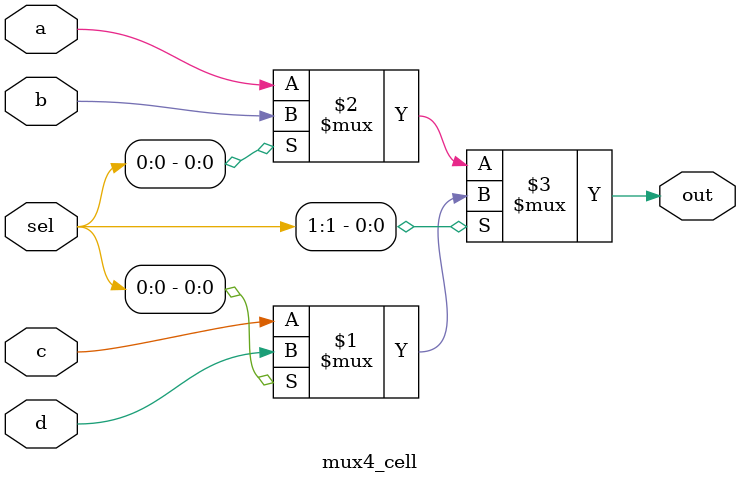
<source format=v>
/* 
This file provides the mapping from the Wokwi modules to Verilog HDL

It's only needed for Wokwi designs

*/
`define default_netname none

module buffer_cell (
    input wire in,
    output wire out
    );
    assign out = in;
endmodule

module and_cell (
    input wire a,
    input wire b,
    output wire out
    );

    assign out = a & b;
endmodule

module or_cell (
    input wire a,
    input wire b,
    output wire out
    );

    assign out = a | b;
endmodule

module xor_cell (
    input wire a,
    input wire b,
    output wire out
    );

    assign out = a ^ b;
endmodule

module nand_cell (
    input wire a,
    input wire b,
    output wire out
    );

    assign out = !(a&b);
endmodule

module not_cell (
    input wire in,
    output wire out
    );

    assign out = !in;
endmodule

module mux_cell (
    input wire a,
    input wire b,
    input wire sel,
    output wire out
    );

    assign out = sel ? b : a;
endmodule

module dff_cell (
    input wire clk,
    input wire d,
    output reg q,
    output wire notq
    );

    assign notq = !q;
    always @(posedge clk)
        q <= d;

endmodule

module dffsr_cell (
    input wire clk,
    input wire d,
    input wire s,
    input wire r,
    output reg q,
    output wire notq
    );

    assign notq = !q;

    always @(posedge clk or posedge s or posedge r) begin
        if (r)
            q <= '0;
        else if (s)
            q <= '1;
        else
            q <= d;
    end
endmodule

module mux4_cell          ( input  a,                 // input called a  
                            input  b,                 // input called b  
                            input  c,                 // input called c  
                            input  d,                 // input called d  
                            input [1:0] sel,          // input sel used to select between a,b,c,d  
                            output out);              // output based on input sel  
    
    assign out = sel[1] ? (sel[0] ? d : c) : (sel[0] ? b : a);  
    
endmodule

</source>
